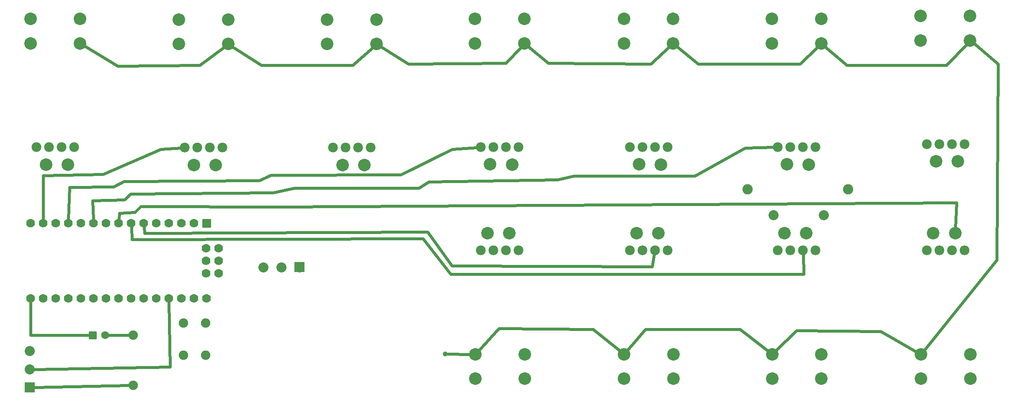
<source format=gtl>
G04 MADE WITH FRITZING*
G04 WWW.FRITZING.ORG*
G04 DOUBLE SIDED*
G04 HOLES PLATED*
G04 CONTOUR ON CENTER OF CONTOUR VECTOR*
%ASAXBY*%
%FSLAX23Y23*%
%MOIN*%
%OFA0B0*%
%SFA1.0B1.0*%
%ADD10C,0.070000*%
%ADD11C,0.100000*%
%ADD12C,0.078000*%
%ADD13C,0.080000*%
%ADD14C,0.039370*%
%ADD15C,0.075000*%
%ADD16C,0.062992*%
%ADD17C,0.082000*%
%ADD18C,0.024000*%
%ADD19C,0.017000*%
%ADD20C,0.015748*%
%ADD21R,0.001000X0.001000*%
%LNCOPPER1*%
G90*
G70*
G54D10*
X1690Y1541D03*
X1590Y1541D03*
X1490Y1541D03*
X1390Y1541D03*
X1290Y1541D03*
X1190Y1541D03*
X1090Y1541D03*
X990Y1541D03*
X890Y1541D03*
X790Y1541D03*
X690Y1541D03*
X590Y1541D03*
X490Y1541D03*
X390Y1541D03*
X290Y1541D03*
X1690Y941D03*
X1590Y941D03*
X1490Y941D03*
X1390Y941D03*
X1290Y941D03*
X1190Y941D03*
X1090Y941D03*
X990Y941D03*
X890Y941D03*
X790Y941D03*
X690Y941D03*
X590Y941D03*
X490Y941D03*
X390Y941D03*
X290Y941D03*
X1786Y1341D03*
X1686Y1341D03*
X1786Y1241D03*
X1686Y1241D03*
X1786Y1141D03*
X1686Y1141D03*
G54D11*
X413Y2009D03*
G54D12*
X338Y2147D03*
X438Y2147D03*
G54D11*
X586Y2009D03*
G54D12*
X538Y2147D03*
X638Y2147D03*
G54D11*
X684Y2974D03*
X684Y3170D03*
X291Y3170D03*
X291Y2974D03*
X1591Y2005D03*
G54D12*
X1517Y2143D03*
X1617Y2143D03*
G54D11*
X1764Y2005D03*
G54D12*
X1717Y2143D03*
X1817Y2143D03*
G54D11*
X1863Y2970D03*
X1863Y3166D03*
X1469Y3166D03*
X1469Y2970D03*
X2773Y2005D03*
G54D12*
X2698Y2143D03*
X2798Y2143D03*
G54D11*
X2946Y2004D03*
G54D12*
X2898Y2143D03*
X2998Y2143D03*
G54D11*
X3044Y2970D03*
X3044Y3166D03*
X2651Y3166D03*
X2651Y2970D03*
X3948Y2010D03*
G54D12*
X3874Y2148D03*
X3974Y2148D03*
G54D11*
X4122Y2009D03*
G54D12*
X4074Y2148D03*
X4174Y2148D03*
G54D11*
X4220Y2975D03*
X4220Y3171D03*
X3826Y3171D03*
X3826Y2975D03*
X5134Y2010D03*
G54D12*
X5060Y2148D03*
X5160Y2148D03*
G54D11*
X5307Y2009D03*
G54D12*
X5260Y2148D03*
X5360Y2148D03*
G54D11*
X5405Y2975D03*
X5405Y3171D03*
X5012Y3171D03*
X5012Y2975D03*
X6311Y2010D03*
G54D12*
X6237Y2148D03*
X6337Y2148D03*
G54D11*
X6484Y2009D03*
G54D12*
X6437Y2148D03*
X6537Y2148D03*
G54D11*
X6583Y2975D03*
X6583Y3171D03*
X6189Y3171D03*
X6189Y2975D03*
X7497Y2034D03*
G54D12*
X7422Y2172D03*
X7522Y2172D03*
G54D11*
X7670Y2034D03*
G54D12*
X7622Y2172D03*
X7722Y2172D03*
G54D11*
X7768Y2999D03*
X7768Y3195D03*
X7374Y3195D03*
X7374Y2999D03*
X4100Y1461D03*
G54D12*
X4175Y1323D03*
X4075Y1323D03*
G54D11*
X3927Y1461D03*
G54D12*
X3975Y1323D03*
X3875Y1323D03*
G54D11*
X3829Y496D03*
X3829Y300D03*
X4223Y300D03*
X4223Y496D03*
X5286Y1461D03*
G54D12*
X5360Y1323D03*
X5260Y1323D03*
G54D11*
X5113Y1461D03*
G54D12*
X5160Y1323D03*
X5060Y1323D03*
G54D11*
X5014Y496D03*
X5014Y300D03*
X5408Y300D03*
X5408Y496D03*
X6463Y1461D03*
G54D12*
X6537Y1323D03*
X6437Y1323D03*
G54D11*
X6290Y1461D03*
G54D12*
X6337Y1323D03*
X6237Y1323D03*
G54D11*
X6192Y496D03*
X6192Y300D03*
X6585Y300D03*
X6585Y496D03*
X7649Y1461D03*
G54D12*
X7723Y1323D03*
X7623Y1323D03*
G54D11*
X7475Y1461D03*
G54D12*
X7523Y1323D03*
X7423Y1323D03*
G54D11*
X7377Y496D03*
X7377Y300D03*
X7771Y300D03*
X7771Y496D03*
G54D13*
X283Y231D03*
X283Y375D03*
X283Y520D03*
X283Y231D03*
X283Y375D03*
X283Y520D03*
X2431Y1189D03*
X2286Y1189D03*
X2142Y1189D03*
X2431Y1189D03*
X2286Y1189D03*
X2142Y1189D03*
G54D14*
X3591Y497D03*
G54D15*
X1106Y647D03*
X1106Y247D03*
G54D16*
X784Y648D03*
X882Y648D03*
G54D15*
X1508Y489D03*
X1508Y745D03*
X1685Y489D03*
X1685Y745D03*
G54D17*
X5996Y1812D03*
X6796Y1812D03*
G54D13*
X6203Y1605D03*
X6603Y1605D03*
G54D18*
X983Y2794D02*
X719Y2953D01*
D02*
X1637Y2802D02*
X983Y2794D01*
D02*
X1830Y2946D02*
X1637Y2802D01*
D02*
X2855Y2802D02*
X2128Y2802D01*
D02*
X2128Y2802D02*
X1897Y2948D01*
D02*
X3013Y2942D02*
X2855Y2802D01*
D02*
X4073Y2819D02*
X3297Y2810D01*
D02*
X3297Y2810D02*
X3079Y2948D01*
D02*
X4192Y2945D02*
X4073Y2819D01*
D02*
X5226Y2810D02*
X4409Y2819D01*
D02*
X4409Y2819D02*
X4252Y2949D01*
D02*
X5375Y2947D02*
X5226Y2810D01*
D02*
X5602Y2810D02*
X5437Y2948D01*
D02*
X6412Y2810D02*
X5602Y2810D01*
D02*
X6553Y2946D02*
X6412Y2810D01*
D02*
X7581Y2802D02*
X6788Y2802D01*
D02*
X6788Y2802D02*
X6614Y2948D01*
D02*
X7740Y2969D02*
X7581Y2802D01*
D02*
X7990Y2810D02*
X7981Y1249D01*
D02*
X7981Y1249D02*
X7403Y528D01*
D02*
X7799Y2973D02*
X7990Y2810D01*
D02*
X6387Y685D02*
X6221Y524D01*
D02*
X7058Y677D02*
X6387Y685D01*
D02*
X7341Y516D02*
X7058Y677D01*
D02*
X6159Y521D02*
X5937Y693D01*
D02*
X5185Y693D02*
X5041Y527D01*
D02*
X5937Y693D02*
X5185Y693D01*
D02*
X4016Y701D02*
X3857Y526D01*
D02*
X4768Y693D02*
X4016Y701D01*
D02*
X4982Y522D02*
X4768Y693D01*
D02*
X1327Y2132D02*
X867Y1932D01*
D02*
X867Y1932D02*
X390Y1920D01*
D02*
X390Y1920D02*
X390Y1570D01*
D02*
X1487Y2141D02*
X1327Y2132D01*
D02*
X2203Y1924D02*
X2110Y1880D01*
D02*
X3236Y1928D02*
X2203Y1924D01*
D02*
X3648Y2132D02*
X3236Y1928D01*
D02*
X2110Y1880D02*
X1032Y1876D01*
D02*
X1032Y1876D02*
X951Y1832D01*
D02*
X599Y1828D02*
X591Y1570D01*
D02*
X3844Y2145D02*
X3648Y2132D01*
D02*
X951Y1832D02*
X599Y1828D01*
D02*
X2389Y1821D02*
X2221Y1783D01*
D02*
X2221Y1783D02*
X1088Y1776D01*
D02*
X1088Y1776D02*
X1036Y1728D01*
D02*
X784Y1720D02*
X789Y1570D01*
D02*
X3379Y1821D02*
X2389Y1821D01*
D02*
X1036Y1728D02*
X784Y1720D01*
D02*
X6207Y2147D02*
X5978Y2140D01*
D02*
X5978Y2140D02*
X5578Y1919D01*
D02*
X3460Y1870D02*
X3379Y1821D01*
D02*
X4482Y1887D02*
X3460Y1870D01*
D02*
X5578Y1919D02*
X4613Y1919D01*
D02*
X4613Y1919D02*
X4482Y1887D01*
D02*
X3002Y2156D02*
X3007Y2171D01*
D02*
X3451Y1472D02*
X1196Y1461D01*
D02*
X3645Y1201D02*
X3451Y1472D01*
D02*
X1196Y1461D02*
X1192Y1512D01*
D02*
X5238Y1193D02*
X3645Y1201D01*
D02*
X5255Y1293D02*
X5238Y1193D01*
D02*
X3788Y496D02*
X3610Y497D01*
D02*
X3412Y1418D02*
X1098Y1412D01*
D02*
X3632Y1134D02*
X3412Y1418D01*
D02*
X1098Y1412D02*
X1092Y1512D01*
D02*
X6444Y1134D02*
X3632Y1134D01*
D02*
X6439Y1293D02*
X6444Y1134D01*
D02*
X7661Y1705D02*
X2262Y1672D01*
D02*
X1168Y1674D02*
X1121Y1628D01*
D02*
X2262Y1672D02*
X1168Y1674D01*
D02*
X7651Y1502D02*
X7661Y1705D01*
D02*
X1121Y1628D02*
X997Y1620D01*
D02*
X997Y1620D02*
X993Y1570D01*
D02*
X318Y376D02*
X1401Y393D01*
D02*
X1401Y393D02*
X1391Y912D01*
D02*
X909Y648D02*
X1077Y647D01*
D02*
X290Y912D02*
X290Y649D01*
D02*
X290Y649D02*
X757Y648D01*
D02*
X318Y231D02*
X1077Y247D01*
G54D19*
X1717Y1515D02*
X1664Y1515D01*
X1664Y1568D01*
X1717Y1568D01*
X1717Y1515D01*
D02*
G54D20*
X807Y625D02*
X760Y625D01*
X760Y672D01*
X807Y672D01*
X807Y625D01*
D02*
G54D21*
X2391Y1230D02*
X2470Y1230D01*
X2391Y1229D02*
X2470Y1229D01*
X2391Y1228D02*
X2470Y1228D01*
X2391Y1227D02*
X2470Y1227D01*
X2391Y1226D02*
X2470Y1226D01*
X2391Y1225D02*
X2470Y1225D01*
X2391Y1224D02*
X2470Y1224D01*
X2391Y1223D02*
X2470Y1223D01*
X2391Y1222D02*
X2470Y1222D01*
X2391Y1221D02*
X2470Y1221D01*
X2391Y1220D02*
X2470Y1220D01*
X2391Y1219D02*
X2470Y1219D01*
X2391Y1218D02*
X2470Y1218D01*
X2391Y1217D02*
X2470Y1217D01*
X2391Y1216D02*
X2470Y1216D01*
X2391Y1215D02*
X2470Y1215D01*
X2391Y1214D02*
X2470Y1214D01*
X2391Y1213D02*
X2424Y1213D01*
X2437Y1213D02*
X2470Y1213D01*
X2391Y1212D02*
X2421Y1212D01*
X2440Y1212D02*
X2470Y1212D01*
X2391Y1211D02*
X2419Y1211D01*
X2442Y1211D02*
X2470Y1211D01*
X2391Y1210D02*
X2417Y1210D01*
X2444Y1210D02*
X2470Y1210D01*
X2391Y1209D02*
X2416Y1209D01*
X2445Y1209D02*
X2470Y1209D01*
X2391Y1208D02*
X2414Y1208D01*
X2447Y1208D02*
X2470Y1208D01*
X2391Y1207D02*
X2413Y1207D01*
X2448Y1207D02*
X2470Y1207D01*
X2391Y1206D02*
X2412Y1206D01*
X2449Y1206D02*
X2470Y1206D01*
X2391Y1205D02*
X2412Y1205D01*
X2449Y1205D02*
X2470Y1205D01*
X2391Y1204D02*
X2411Y1204D01*
X2450Y1204D02*
X2470Y1204D01*
X2391Y1203D02*
X2410Y1203D01*
X2451Y1203D02*
X2470Y1203D01*
X2391Y1202D02*
X2409Y1202D01*
X2451Y1202D02*
X2470Y1202D01*
X2391Y1201D02*
X2409Y1201D01*
X2452Y1201D02*
X2470Y1201D01*
X2391Y1200D02*
X2409Y1200D01*
X2452Y1200D02*
X2470Y1200D01*
X2391Y1199D02*
X2408Y1199D01*
X2453Y1199D02*
X2470Y1199D01*
X2391Y1198D02*
X2408Y1198D01*
X2453Y1198D02*
X2470Y1198D01*
X2391Y1197D02*
X2407Y1197D01*
X2454Y1197D02*
X2470Y1197D01*
X2391Y1196D02*
X2407Y1196D01*
X2454Y1196D02*
X2470Y1196D01*
X2391Y1195D02*
X2407Y1195D01*
X2454Y1195D02*
X2470Y1195D01*
X2391Y1194D02*
X2407Y1194D01*
X2454Y1194D02*
X2470Y1194D01*
X2391Y1193D02*
X2407Y1193D01*
X2454Y1193D02*
X2470Y1193D01*
X2391Y1192D02*
X2406Y1192D01*
X2454Y1192D02*
X2470Y1192D01*
X2391Y1191D02*
X2406Y1191D01*
X2455Y1191D02*
X2470Y1191D01*
X2391Y1190D02*
X2406Y1190D01*
X2455Y1190D02*
X2470Y1190D01*
X2391Y1189D02*
X2406Y1189D01*
X2455Y1189D02*
X2470Y1189D01*
X2391Y1188D02*
X2407Y1188D01*
X2454Y1188D02*
X2470Y1188D01*
X2391Y1187D02*
X2407Y1187D01*
X2454Y1187D02*
X2470Y1187D01*
X2391Y1186D02*
X2407Y1186D01*
X2454Y1186D02*
X2470Y1186D01*
X2391Y1185D02*
X2407Y1185D01*
X2454Y1185D02*
X2470Y1185D01*
X2391Y1184D02*
X2407Y1184D01*
X2454Y1184D02*
X2470Y1184D01*
X2391Y1183D02*
X2408Y1183D01*
X2453Y1183D02*
X2470Y1183D01*
X2391Y1182D02*
X2408Y1182D01*
X2453Y1182D02*
X2470Y1182D01*
X2391Y1181D02*
X2408Y1181D01*
X2453Y1181D02*
X2470Y1181D01*
X2391Y1180D02*
X2409Y1180D01*
X2452Y1180D02*
X2470Y1180D01*
X2391Y1179D02*
X2409Y1179D01*
X2452Y1179D02*
X2470Y1179D01*
X2391Y1178D02*
X2410Y1178D01*
X2451Y1178D02*
X2470Y1178D01*
X2391Y1177D02*
X2410Y1177D01*
X2451Y1177D02*
X2470Y1177D01*
X2391Y1176D02*
X2411Y1176D01*
X2450Y1176D02*
X2470Y1176D01*
X2391Y1175D02*
X2412Y1175D01*
X2449Y1175D02*
X2470Y1175D01*
X2391Y1174D02*
X2413Y1174D01*
X2448Y1174D02*
X2470Y1174D01*
X2391Y1173D02*
X2414Y1173D01*
X2447Y1173D02*
X2470Y1173D01*
X2391Y1172D02*
X2415Y1172D01*
X2446Y1172D02*
X2470Y1172D01*
X2391Y1171D02*
X2416Y1171D01*
X2445Y1171D02*
X2470Y1171D01*
X2391Y1170D02*
X2418Y1170D01*
X2443Y1170D02*
X2470Y1170D01*
X2391Y1169D02*
X2420Y1169D01*
X2441Y1169D02*
X2470Y1169D01*
X2391Y1168D02*
X2422Y1168D01*
X2439Y1168D02*
X2470Y1168D01*
X2391Y1167D02*
X2426Y1167D01*
X2435Y1167D02*
X2470Y1167D01*
X2391Y1166D02*
X2470Y1166D01*
X2391Y1165D02*
X2470Y1165D01*
X2391Y1164D02*
X2470Y1164D01*
X2391Y1163D02*
X2470Y1163D01*
X2391Y1162D02*
X2470Y1162D01*
X2391Y1161D02*
X2470Y1161D01*
X2391Y1160D02*
X2470Y1160D01*
X2391Y1159D02*
X2470Y1159D01*
X2391Y1158D02*
X2470Y1158D01*
X2391Y1157D02*
X2470Y1157D01*
X2391Y1156D02*
X2470Y1156D01*
X2391Y1155D02*
X2470Y1155D01*
X2391Y1154D02*
X2470Y1154D01*
X2391Y1153D02*
X2470Y1153D01*
X2391Y1152D02*
X2470Y1152D01*
X2391Y1151D02*
X2470Y1151D01*
X244Y272D02*
X322Y272D01*
X243Y271D02*
X322Y271D01*
X243Y270D02*
X322Y270D01*
X243Y269D02*
X322Y269D01*
X243Y268D02*
X322Y268D01*
X243Y267D02*
X322Y267D01*
X243Y266D02*
X322Y266D01*
X243Y265D02*
X322Y265D01*
X243Y264D02*
X322Y264D01*
X243Y263D02*
X322Y263D01*
X243Y262D02*
X322Y262D01*
X243Y261D02*
X322Y261D01*
X243Y260D02*
X322Y260D01*
X243Y259D02*
X322Y259D01*
X243Y258D02*
X322Y258D01*
X243Y257D02*
X322Y257D01*
X243Y256D02*
X322Y256D01*
X243Y255D02*
X277Y255D01*
X288Y255D02*
X322Y255D01*
X243Y254D02*
X274Y254D01*
X292Y254D02*
X322Y254D01*
X243Y253D02*
X272Y253D01*
X294Y253D02*
X322Y253D01*
X243Y252D02*
X270Y252D01*
X296Y252D02*
X322Y252D01*
X243Y251D02*
X268Y251D01*
X297Y251D02*
X322Y251D01*
X243Y250D02*
X267Y250D01*
X299Y250D02*
X322Y250D01*
X243Y249D02*
X266Y249D01*
X300Y249D02*
X322Y249D01*
X243Y248D02*
X265Y248D01*
X301Y248D02*
X322Y248D01*
X243Y247D02*
X264Y247D01*
X302Y247D02*
X322Y247D01*
X243Y246D02*
X263Y246D01*
X302Y246D02*
X322Y246D01*
X243Y245D02*
X263Y245D01*
X303Y245D02*
X322Y245D01*
X243Y244D02*
X262Y244D01*
X304Y244D02*
X322Y244D01*
X243Y243D02*
X261Y243D01*
X304Y243D02*
X322Y243D01*
X243Y242D02*
X261Y242D01*
X305Y242D02*
X322Y242D01*
X243Y241D02*
X260Y241D01*
X305Y241D02*
X322Y241D01*
X243Y240D02*
X260Y240D01*
X305Y240D02*
X322Y240D01*
X243Y239D02*
X260Y239D01*
X306Y239D02*
X322Y239D01*
X243Y238D02*
X259Y238D01*
X306Y238D02*
X322Y238D01*
X243Y237D02*
X259Y237D01*
X306Y237D02*
X322Y237D01*
X243Y236D02*
X259Y236D01*
X307Y236D02*
X322Y236D01*
X243Y235D02*
X259Y235D01*
X307Y235D02*
X322Y235D01*
X243Y234D02*
X259Y234D01*
X307Y234D02*
X322Y234D01*
X243Y233D02*
X259Y233D01*
X307Y233D02*
X322Y233D01*
X243Y232D02*
X259Y232D01*
X307Y232D02*
X322Y232D01*
X243Y231D02*
X259Y231D01*
X307Y231D02*
X322Y231D01*
X243Y230D02*
X259Y230D01*
X307Y230D02*
X322Y230D01*
X243Y229D02*
X259Y229D01*
X307Y229D02*
X322Y229D01*
X243Y228D02*
X259Y228D01*
X307Y228D02*
X322Y228D01*
X243Y227D02*
X259Y227D01*
X306Y227D02*
X322Y227D01*
X243Y226D02*
X259Y226D01*
X306Y226D02*
X322Y226D01*
X243Y225D02*
X260Y225D01*
X306Y225D02*
X322Y225D01*
X243Y224D02*
X260Y224D01*
X305Y224D02*
X322Y224D01*
X243Y223D02*
X260Y223D01*
X305Y223D02*
X322Y223D01*
X243Y222D02*
X261Y222D01*
X305Y222D02*
X322Y222D01*
X243Y221D02*
X261Y221D01*
X304Y221D02*
X322Y221D01*
X243Y220D02*
X262Y220D01*
X304Y220D02*
X322Y220D01*
X243Y219D02*
X263Y219D01*
X303Y219D02*
X322Y219D01*
X243Y218D02*
X263Y218D01*
X302Y218D02*
X322Y218D01*
X243Y217D02*
X264Y217D01*
X302Y217D02*
X322Y217D01*
X243Y216D02*
X265Y216D01*
X301Y216D02*
X322Y216D01*
X243Y215D02*
X266Y215D01*
X300Y215D02*
X322Y215D01*
X243Y214D02*
X267Y214D01*
X299Y214D02*
X322Y214D01*
X243Y213D02*
X268Y213D01*
X297Y213D02*
X322Y213D01*
X243Y212D02*
X270Y212D01*
X296Y212D02*
X322Y212D01*
X243Y211D02*
X272Y211D01*
X294Y211D02*
X322Y211D01*
X243Y210D02*
X274Y210D01*
X292Y210D02*
X322Y210D01*
X243Y209D02*
X277Y209D01*
X288Y209D02*
X322Y209D01*
X243Y208D02*
X322Y208D01*
X243Y207D02*
X322Y207D01*
X243Y206D02*
X322Y206D01*
X243Y205D02*
X322Y205D01*
X243Y204D02*
X322Y204D01*
X243Y203D02*
X322Y203D01*
X243Y202D02*
X322Y202D01*
X243Y201D02*
X322Y201D01*
X243Y200D02*
X322Y200D01*
X243Y199D02*
X322Y199D01*
X243Y198D02*
X322Y198D01*
X243Y197D02*
X322Y197D01*
X243Y196D02*
X322Y196D01*
X243Y195D02*
X322Y195D01*
X243Y194D02*
X322Y194D01*
X243Y193D02*
X322Y193D01*
D02*
G04 End of Copper1*
M02*
</source>
